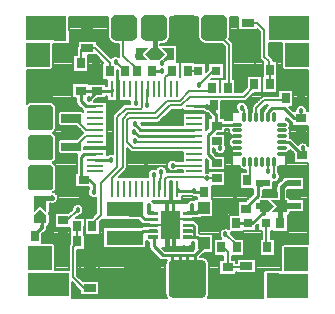
<source format=gtl>
G04 DipTrace Beta 2.3.5.2*
%INLulfroMiniBrush-v2.GTL*%
%MOIN*%
%ADD13C,0.015*%
%ADD14C,0.012*%
%ADD15C,0.005*%
%ADD16C,0.01*%
%ADD17C,0.008*%
%ADD18C,0.007*%
%ADD22R,0.0354X0.0276*%
%ADD23R,0.0276X0.0354*%
%ADD26R,0.0394X0.0433*%
%ADD27R,0.0433X0.0394*%
%ADD28R,0.0315X0.0315*%
%ADD30R,0.0413X0.0256*%
%ADD31R,0.0472X0.0217*%
%ADD32R,0.122X0.0472*%
%ADD34O,0.0335X0.0118*%
%ADD35O,0.0118X0.0335*%
%ADD37R,0.058X0.011*%
%ADD38R,0.011X0.058*%
%ADD39C,0.018*%
%FSLAX44Y44*%
G04*
G70*
G90*
G75*
G01*
%LNTop*%
%LPD*%
X8558Y2600D2*
D13*
Y3068D1*
X8675Y3185D1*
X9003D1*
Y3933D2*
X8738D1*
X8615Y3810D1*
Y3185D1*
X9003D1*
X4315Y2935D2*
D14*
X4190D1*
Y3185D1*
X5476Y2935D2*
X5615D1*
Y3185D1*
X5476Y2935D2*
X5790D1*
X5977Y3122D1*
X6002D1*
X8578Y3048D2*
D13*
X8715Y3185D1*
X9003D1*
X8510Y3170D2*
X8615D1*
X8630Y3185D1*
X9003D1*
X4630Y7940D2*
D15*
X4780Y8090D1*
Y8150D1*
X4811Y8119D1*
Y8240D1*
X5476Y2148D2*
D16*
X5690D1*
Y2285D1*
X5640Y2335D1*
X5486D1*
X5476Y2344D1*
Y2541D2*
X5634D1*
X5690Y2485D1*
Y2285D1*
X4315Y2148D2*
X4335D1*
Y1838D1*
X4635Y1538D1*
X4960D1*
X5210D1*
X5460D1*
X5713D1*
X6110Y1935D1*
X6002D1*
X5476Y2148D2*
Y2135D1*
X5790D1*
X5990Y1935D1*
X6002D1*
X5460Y1250D2*
D13*
Y750D1*
X4960Y1250D2*
D16*
Y1538D1*
X5210Y1250D2*
Y1538D1*
X5460Y1250D2*
Y1538D1*
X5710Y1250D2*
X5713Y1538D1*
X366Y2185D2*
X310D1*
X600Y2475D1*
Y2846D1*
X555D1*
D17*
X600D1*
Y2475D1*
X3752Y6623D2*
D15*
Y7065D1*
X3742Y7075D1*
X1320Y2702D2*
D17*
X1452D1*
X1800Y3050D1*
X4335Y4230D2*
Y3757D1*
X4333Y3755D1*
X5476Y2738D2*
X5869D1*
X6002Y2604D1*
X4315Y2541D2*
X4896D1*
X5476Y2738D2*
X5093D1*
X4896Y2541D1*
X7975Y6390D2*
D15*
Y6170D1*
X7955Y6150D1*
X5075Y9407D2*
Y9395D1*
X5350Y9120D1*
X5625Y9407D2*
Y9395D1*
X5350Y9120D1*
X5625Y8832D2*
Y8845D1*
X5350Y9120D1*
X5075Y8832D2*
Y8845D1*
X5350Y9120D1*
X7710Y8030D2*
Y7740D1*
X7700Y7730D1*
X9250Y5350D2*
D16*
Y5578D1*
X9240Y5588D1*
X5004Y2541D2*
D14*
X5025Y2520D1*
Y1775D1*
X5350D1*
X5550D2*
X5350D1*
X4787Y2541D2*
X4800Y2529D1*
Y1775D1*
X5025D1*
X6288Y7125D2*
D17*
Y7098D1*
X6190Y7000D1*
X5525D1*
X5200Y6675D1*
X4795D1*
X4395Y6275D1*
X3480D1*
X3300Y6095D1*
Y4485D1*
X2945Y4130D1*
Y3765D1*
X2955Y3755D1*
X4960Y7680D2*
D15*
Y7619D1*
X4980D1*
X4726Y7075D2*
D17*
Y7466D1*
X4800Y7540D1*
X4820D1*
X4960Y7680D1*
X7365Y6150D2*
Y6370D1*
X7275Y6460D1*
X4970Y4530D2*
X5697D1*
X5698Y4529D1*
X7475Y9275D2*
Y9285D1*
X7785D1*
X8025Y9045D1*
Y8150D1*
X8175Y8000D1*
Y7767D1*
X8212Y7730D1*
X8206D1*
Y7234D1*
X9116Y8913D2*
D15*
X9104Y8901D1*
X8381D1*
X486Y8923D2*
X585Y8824D1*
X1219D1*
X9094Y707D2*
X9000Y801D1*
X8331D1*
X544Y757D2*
X611Y824D1*
X1294D1*
X1787Y2498D2*
D17*
Y1997D1*
X1847D1*
X1650Y1800D1*
Y800D1*
X2000Y450D1*
X2200D1*
X6800Y1137D2*
Y1650D1*
X6640Y1810D1*
X6588D1*
X6800Y1137D2*
X7387D1*
X7425Y1175D1*
X2125Y8450D2*
X2380D1*
X2868Y7962D1*
Y7670D1*
X2125Y8450D2*
X1970D1*
X1925Y8405D1*
Y7940D1*
X1908D1*
X5810Y7680D2*
X5472D1*
X4315Y2344D2*
D16*
X3999D1*
X3865Y2210D1*
X3465D1*
X3377Y2122D1*
X4315Y2738D2*
X4037D1*
X3890Y2885D1*
X3562D1*
X3377Y3070D1*
X7562Y4654D2*
D17*
Y4102D1*
X7536Y4076D1*
X7426D1*
X7462Y4040D1*
X8744Y6776D2*
Y6844D1*
X8600Y6700D1*
X8025D1*
X7765Y6440D1*
Y6157D1*
X7759Y6150D1*
X8090Y2600D2*
Y1842D1*
X8132Y1800D1*
X7420Y3090D2*
D16*
Y3140D1*
X7810Y3530D1*
Y3880D1*
X7926D1*
X7979Y3933D1*
X4350Y9120D2*
D13*
Y8807D1*
X4380D1*
Y8240D1*
X4345Y8797D2*
D15*
X4350Y8807D1*
X3770Y7680D2*
D17*
Y7740D1*
X3330Y8180D1*
Y9120D1*
X3350D1*
X6350D2*
Y9057D1*
X6850Y8557D1*
Y7125D1*
X6800D1*
X2378Y5710D2*
D18*
X2090D1*
X1740Y6060D1*
X1615D1*
X1575Y6100D1*
X2378Y5513D2*
X2088D1*
X1685Y5110D1*
X1620D1*
X1575Y5155D1*
X4282Y7680D2*
D16*
X4600D1*
X2920Y4720D2*
X2372D1*
X2378Y4726D1*
X7694Y7234D2*
D17*
Y7174D1*
X7350Y6830D1*
X5555D1*
X5265Y6540D1*
X4890D1*
X4460Y6110D1*
X3515D1*
X3465Y6060D1*
Y5310D1*
X3655Y5120D1*
X5697D1*
X5698D1*
X3380Y7670D2*
X3075Y7975D1*
X3720Y5905D2*
D16*
X3895Y5730D1*
X5678D1*
X5698Y5710D1*
X7100Y1810D2*
D17*
Y1870D1*
X6730Y2240D1*
X4130Y6560D2*
Y7081D1*
X4136Y7075D1*
X2299Y2498D2*
X2198D1*
X2575Y2875D1*
Y3945D1*
X3125Y4495D1*
Y6150D1*
X3400Y6425D1*
X3900D1*
X3940Y6465D1*
Y7074D1*
X3939Y7075D1*
X5698Y5513D2*
D16*
X3837D1*
X3690Y5660D1*
X6440Y5350D2*
D17*
X6555D1*
Y5100D1*
X8152Y4654D2*
Y4350D1*
X4585Y4330D2*
Y4120D1*
X4535Y4070D1*
Y3755D1*
X4530D1*
X6440Y4100D2*
X6050D1*
X5990Y4160D1*
X4790D1*
X4715Y4085D1*
Y3766D1*
X4726Y3755D1*
X8349Y4654D2*
Y4175D1*
X8350D1*
X6125Y4100D2*
D15*
X6440D1*
X5698Y5316D2*
D17*
X3734D1*
X3715Y5335D1*
X7499Y2600D2*
D16*
X7620D1*
X8003Y2983D1*
Y3161D1*
X7979Y3185D1*
X7082Y2610D2*
X7489D1*
X7499Y2600D1*
X6030Y3650D2*
X5690D1*
Y3685D1*
X5190D1*
X5120Y3755D1*
X6440Y5862D2*
X6415Y5887D1*
Y6225D1*
X6142Y6498D1*
X5698D1*
X6350Y6550D2*
Y6290D1*
X6142Y6498D1*
X1910Y7020D2*
X2460D1*
Y7010D1*
X1910Y7020D2*
Y6665D1*
X2077Y6498D1*
X2378D1*
Y4923D2*
X2028D1*
X1930Y4825D1*
Y4125D1*
X2005Y4050D1*
X3775Y8175D2*
D15*
Y8270D1*
X3950D1*
Y8240D1*
X2170Y6750D2*
D16*
X2200D1*
X2460Y7010D1*
X6110Y6490D2*
D15*
X6350Y6250D1*
Y6550D1*
X5690Y3685D2*
D3*
X8003Y2935D2*
Y2983D1*
X555Y3240D2*
D13*
Y3450D1*
X955D1*
X2335Y3650D2*
D16*
Y3905D1*
X2190Y4050D1*
X2005D1*
X8605Y5304D2*
X8856D1*
X9290Y4870D1*
X8152Y6150D2*
Y6317D1*
X8270Y6435D1*
X8670D1*
X9005Y6100D1*
X9240D1*
X7109Y5894D2*
X6440D1*
Y5862D1*
X9300Y5100D2*
Y4880D1*
X9290Y4870D1*
X9250Y6350D2*
D17*
Y6100D1*
X9240D1*
X6440Y5862D2*
D16*
Y5830D1*
X6150Y5540D1*
Y4902D1*
X6440Y4612D1*
X2460Y7010D2*
X2965D1*
Y7075D1*
X2955D1*
X8116Y3170D2*
D13*
X8045D1*
X8030Y3185D1*
X7979D1*
X5850Y7225D2*
D17*
X6305Y7680D1*
X6401D1*
D39*
X8578Y3048D3*
X600Y2475D3*
X7275Y6460D3*
X4970Y4530D3*
X4600Y7680D3*
X2920Y4720D3*
X6730Y2240D3*
X4130Y6560D3*
X3690Y5660D3*
X8152Y4350D3*
X4585Y4330D3*
X5850Y7225D3*
X3775Y8175D3*
X2170Y6750D3*
X6110Y6490D3*
X5690Y3685D3*
X8003Y2935D3*
X9300Y5100D3*
X955Y3450D3*
X2335Y3650D3*
X4190Y3185D3*
X5615D3*
X3752Y6623D3*
X9250Y6350D3*
X7975Y6390D3*
X5075Y9407D3*
X5625D3*
Y8832D3*
X5075D3*
X4630Y7940D3*
X7710Y8030D3*
X6850Y3600D3*
X3720Y5905D3*
X3075Y7975D3*
X9250Y5350D3*
X3715Y5335D3*
X6555Y5100D3*
X6125Y4100D3*
X8350Y4175D3*
X1800Y3050D3*
X4335Y4230D3*
X790Y1735D3*
X540D3*
X290D3*
Y1535D3*
X540D3*
X790D3*
Y1235D3*
X290D3*
X1800Y9425D3*
X2025D3*
X1800Y9200D3*
X1875Y950D3*
X2450Y8950D3*
X1800Y8975D3*
X7565Y6623D3*
X2025Y8975D3*
X240Y7945D3*
X490D3*
X740D3*
Y8145D3*
X490D3*
X240D3*
Y8445D3*
X740D3*
X8870Y7935D3*
X9120D3*
X9370D3*
Y8135D3*
X9120D3*
X8870D3*
Y8435D3*
X9370D3*
X9340Y1685D3*
X9090D3*
X8840D3*
Y1485D3*
X9090D3*
X9340D3*
Y1185D3*
X8840D3*
X2450Y9200D3*
X2225Y9425D3*
X2450D3*
X2225Y8975D3*
X1875Y1200D3*
X7100Y200D3*
Y450D3*
X2525Y1200D3*
X7750Y425D3*
X7100Y675D3*
X7525Y200D3*
X1875Y1425D3*
X7300Y200D3*
X7750Y675D3*
X7525D3*
X7300D3*
X7750Y200D3*
X3460Y938D3*
Y1250D3*
X3773D3*
X4148D3*
X4460D3*
Y938D3*
X3460Y563D3*
Y250D3*
X3773D3*
X4148D3*
X4460D3*
Y563D3*
X4960Y1250D3*
X5210D3*
X5460D3*
X5710D3*
X5960D3*
Y1000D3*
Y750D3*
Y500D3*
Y250D3*
X5710D3*
X5460D3*
X5210D3*
X4960D3*
Y500D3*
Y750D3*
Y1000D3*
X5773Y1063D3*
X5148D3*
Y438D3*
X5773D3*
X2900Y5950D3*
X7140Y8755D3*
X2900Y6250D3*
X4900Y6200D3*
X7365Y8755D3*
X7590D3*
X7815D3*
X2300Y950D3*
X7815Y8280D3*
X7590D3*
X2075Y950D3*
X7140Y8530D3*
Y8280D3*
X7365D3*
X7815Y8530D3*
X2525Y1425D3*
X2300D3*
X2075D3*
X2525Y950D3*
X5350Y1775D3*
X5550D3*
X2950Y2600D3*
X3300D3*
X3650D3*
X2100Y2900D3*
X1500Y3150D3*
X3750Y4325D3*
X4075Y4625D3*
X4475Y4900D3*
X8690Y4248D3*
X9003D3*
X7050Y3700D3*
Y3475D3*
X250Y7650D3*
X550D3*
X900D3*
X2190Y7497D3*
X315Y6873D3*
X815D3*
Y7372D3*
X315D3*
X4015Y9127D3*
X4675D3*
X4345Y8797D3*
X565Y6440D3*
X885Y6120D3*
X565Y5800D3*
X245Y6120D3*
X1525Y9406D2*
D18*
X2810D1*
X4889D2*
X5810D1*
X6890D2*
X7154D1*
X1525Y9338D2*
X2810D1*
X4889D2*
X5810D1*
X6890D2*
X7154D1*
X1525Y9269D2*
X2810D1*
X4889D2*
X5810D1*
X6890D2*
X7154D1*
X1525Y9200D2*
X2810D1*
X4889D2*
X5810D1*
X6890D2*
X7154D1*
X1525Y9132D2*
X2810D1*
X4889D2*
X5810D1*
X6890D2*
X7154D1*
X1525Y9063D2*
X2810D1*
X4889D2*
X5810D1*
X6890D2*
X7154D1*
X1541Y8994D2*
X2810D1*
X4889D2*
X5810D1*
X6890D2*
X7860D1*
X1541Y8925D2*
X2810D1*
X4889D2*
X5810D1*
X6890D2*
X7870D1*
X1541Y8857D2*
X2810D1*
X4889D2*
X5810D1*
X6890D2*
X7870D1*
X1541Y8788D2*
X2817D1*
X4884D2*
X5817D1*
X6883D2*
X7870D1*
X1541Y8719D2*
X2843D1*
X4856D2*
X5843D1*
X6904D2*
X7870D1*
X1541Y8651D2*
X1804D1*
X2446D2*
X2899D1*
X4801D2*
X5899D1*
X6972D2*
X7870D1*
X999Y8582D2*
X1804D1*
X2453D2*
X3176D1*
X4570D2*
X6610D1*
X7002D2*
X7870D1*
X8179D2*
X8612D1*
X999Y8513D2*
X1804D1*
X2532D2*
X3176D1*
X5109D2*
X6678D1*
X7005D2*
X7870D1*
X8179D2*
X8612D1*
X999Y8445D2*
X1776D1*
X2601D2*
X3176D1*
X5133D2*
X6695D1*
X7005D2*
X7870D1*
X8179D2*
X8612D1*
X999Y8376D2*
X1770D1*
X2670D2*
X3176D1*
X5133D2*
X6695D1*
X7005D2*
X7870D1*
X8179D2*
X8612D1*
X999Y8307D2*
X1770D1*
X2739D2*
X3176D1*
X5133D2*
X6695D1*
X7005D2*
X7870D1*
X8179D2*
X8612D1*
X999Y8239D2*
X1770D1*
X2807D2*
X3176D1*
X5133D2*
X6695D1*
X7005D2*
X7870D1*
X8179D2*
X8612D1*
X999Y8170D2*
X1655D1*
X2160D2*
X2444D1*
X2876D2*
X3036D1*
X3115D2*
X3176D1*
X5133D2*
X6695D1*
X7005D2*
X7870D1*
X8221D2*
X8612D1*
X999Y8101D2*
X1655D1*
X2160D2*
X2513D1*
X5133D2*
X6695D1*
X7005D2*
X7879D1*
X8290D2*
X8612D1*
X999Y8033D2*
X1655D1*
X2160D2*
X2582D1*
X5133D2*
X6695D1*
X7005D2*
X7927D1*
X8326D2*
X8612D1*
X999Y7964D2*
X1655D1*
X2160D2*
X2651D1*
X5724D2*
X6695D1*
X7005D2*
X7960D1*
X8465D2*
X8612D1*
X999Y7895D2*
X1655D1*
X2160D2*
X2616D1*
X6083D2*
X6128D1*
X7005D2*
X7960D1*
X8465D2*
X8612D1*
X999Y7826D2*
X1655D1*
X2160D2*
X2616D1*
X6083D2*
X6128D1*
X7005D2*
X7960D1*
X8465D2*
X8612D1*
X971Y7758D2*
X1655D1*
X2160D2*
X2616D1*
X6083D2*
X6128D1*
X7005D2*
X7960D1*
X8465D2*
X8631D1*
X132Y7689D2*
X1655D1*
X2160D2*
X2616D1*
X7005D2*
X7960D1*
X8465D2*
X9468D1*
X132Y7620D2*
X2616D1*
X7005D2*
X7960D1*
X8465D2*
X9468D1*
X132Y7552D2*
X2616D1*
X7005D2*
X7960D1*
X8465D2*
X9468D1*
X132Y7483D2*
X2616D1*
X7005D2*
X7441D1*
X8465D2*
X9468D1*
X132Y7414D2*
X2616D1*
X6255D2*
X6695D1*
X7005D2*
X7441D1*
X8458D2*
X9468D1*
X132Y7346D2*
X2785D1*
X3124D2*
X3179D1*
X7053D2*
X7441D1*
X8458D2*
X9468D1*
X132Y7277D2*
X2785D1*
X3124D2*
X3179D1*
X7053D2*
X7441D1*
X8458D2*
X9468D1*
X132Y7208D2*
X1618D1*
X3124D2*
X3179D1*
X7053D2*
X7441D1*
X8458D2*
X9468D1*
X132Y7140D2*
X1618D1*
X3124D2*
X3179D1*
X7053D2*
X7441D1*
X8458D2*
X9468D1*
X132Y7071D2*
X1618D1*
X3129D2*
X3179D1*
X7053D2*
X7376D1*
X8458D2*
X9468D1*
X132Y7002D2*
X1618D1*
X3129D2*
X3179D1*
X7053D2*
X7307D1*
X8996D2*
X9468D1*
X132Y6934D2*
X1618D1*
X3124D2*
X3179D1*
X7670D2*
X8491D1*
X8996D2*
X9468D1*
X132Y6865D2*
X1618D1*
X3124D2*
X3179D1*
X7601D2*
X8491D1*
X8996D2*
X9468D1*
X132Y6796D2*
X1618D1*
X3124D2*
X3179D1*
X7532D2*
X7905D1*
X8996D2*
X9468D1*
X132Y6727D2*
X1745D1*
X2408D2*
X2785D1*
X3124D2*
X3179D1*
X7463D2*
X7837D1*
X8996D2*
X9468D1*
X132Y6659D2*
X1745D1*
X2783D2*
X3551D1*
X6602D2*
X7768D1*
X8996D2*
X9468D1*
X1018Y6590D2*
X1765D1*
X2783D2*
X3551D1*
X6602D2*
X7120D1*
X7431D2*
X7699D1*
X8996D2*
X9468D1*
X1073Y6521D2*
X1824D1*
X2783D2*
X3281D1*
X6602D2*
X7080D1*
X7469D2*
X7635D1*
X8062D2*
X8127D1*
X8996D2*
X9144D1*
X9355D2*
X9468D1*
X1098Y6453D2*
X1893D1*
X2783D2*
X3212D1*
X6602D2*
X7070D1*
X7495D2*
X7611D1*
X7993D2*
X8058D1*
X8883D2*
X9074D1*
X9426D2*
X9468D1*
X1105Y6384D2*
X1962D1*
X2783D2*
X3143D1*
X4949D2*
X5293D1*
X6602D2*
X7086D1*
X7519D2*
X7611D1*
X7924D2*
X8002D1*
X8951D2*
X9048D1*
X1105Y6315D2*
X1159D1*
X2783D2*
X3075D1*
X4882D2*
X6011D1*
X6602D2*
X7133D1*
X7528D2*
X7594D1*
X7922D2*
X7988D1*
X2783Y6247D2*
X3006D1*
X4813D2*
X5293D1*
X6102D2*
X6158D1*
X6578D2*
X6953D1*
X2783Y6178D2*
X2973D1*
X4744D2*
X5293D1*
X6102D2*
X6227D1*
X6580D2*
X6953D1*
X2783Y6109D2*
X2970D1*
X4675D2*
X5293D1*
X6102D2*
X6250D1*
X6580D2*
X6953D1*
X2783Y6041D2*
X2970D1*
X4606D2*
X5293D1*
X6102D2*
X6148D1*
X2783Y5972D2*
X2970D1*
X4520D2*
X5293D1*
X6102D2*
X6148D1*
X8868D2*
X8906D1*
X1105Y5903D2*
X1143D1*
X2783D2*
X2970D1*
X3952D2*
X5293D1*
X6102D2*
X6148D1*
X8887D2*
X8948D1*
X1104Y5835D2*
X1757D1*
X2783D2*
X2970D1*
X6102D2*
X6148D1*
X8876D2*
X9468D1*
X1092Y5766D2*
X1826D1*
X2783D2*
X2970D1*
X6102D2*
X6146D1*
X8873D2*
X9468D1*
X1057Y5697D2*
X1894D1*
X2783D2*
X2970D1*
X6732D2*
X6827D1*
X8887D2*
X9468D1*
X982Y5628D2*
X1963D1*
X2783D2*
X2970D1*
X6732D2*
X6842D1*
X8872D2*
X9468D1*
X1047Y5560D2*
X1927D1*
X2783D2*
X2970D1*
X6732D2*
X6900D1*
X8876D2*
X9468D1*
X1087Y5491D2*
X1858D1*
X2783D2*
X2970D1*
X6732D2*
X6953D1*
X8887D2*
X9468D1*
X1104Y5422D2*
X1789D1*
X2783D2*
X2970D1*
X6732D2*
X6877D1*
X8967D2*
X9468D1*
X1105Y5354D2*
X1144D1*
X2783D2*
X2970D1*
X6732D2*
X6834D1*
X9037D2*
X9468D1*
X2783Y5285D2*
X2970D1*
X6732D2*
X6828D1*
X9105D2*
X9224D1*
X9377D2*
X9468D1*
X2783Y5216D2*
X2970D1*
X6732D2*
X6852D1*
X2025Y5148D2*
X2970D1*
X6754D2*
X6935D1*
X2783Y5079D2*
X2970D1*
X6314D2*
X6352D1*
X6758D2*
X6953D1*
X2783Y5010D2*
X2970D1*
X3454D2*
X3550D1*
X6314D2*
X6372D1*
X6738D2*
X6953D1*
X8856D2*
X8920D1*
X1105Y4942D2*
X1157D1*
X2783D2*
X2970D1*
X3454D2*
X5293D1*
X6341D2*
X6429D1*
X6680D2*
X6953D1*
X8767D2*
X8989D1*
X1105Y4873D2*
X1772D1*
X3454D2*
X5293D1*
X6408D2*
X6953D1*
X8767D2*
X8999D1*
X1101Y4804D2*
X1766D1*
X3454D2*
X5293D1*
X6732D2*
X6953D1*
X8767D2*
X8999D1*
X1079Y4736D2*
X1766D1*
X3454D2*
X5293D1*
X6732D2*
X6953D1*
X8767D2*
X8999D1*
X1031Y4667D2*
X1766D1*
X3454D2*
X4821D1*
X6102D2*
X6148D1*
X6732D2*
X6953D1*
X8767D2*
X8999D1*
X1009Y4598D2*
X1766D1*
X3454D2*
X4778D1*
X6102D2*
X6148D1*
X6732D2*
X6953D1*
X8767D2*
X9468D1*
X1069Y4529D2*
X1766D1*
X3454D2*
X4765D1*
X6102D2*
X6148D1*
X6732D2*
X6953D1*
X8767D2*
X9468D1*
X1096Y4461D2*
X1766D1*
X3453D2*
X4430D1*
X4741D2*
X4778D1*
X6102D2*
X6148D1*
X6732D2*
X7215D1*
X8504D2*
X9468D1*
X1105Y4392D2*
X1766D1*
X3421D2*
X4215D1*
X4780D2*
X4822D1*
X6102D2*
X6148D1*
X6732D2*
X7294D1*
X8504D2*
X9468D1*
X1105Y4323D2*
X1766D1*
X3355D2*
X4153D1*
X4790D2*
X5293D1*
X6102D2*
X6148D1*
X6732D2*
X7209D1*
X8504D2*
X9468D1*
X1105Y4255D2*
X1713D1*
X3286D2*
X4132D1*
X6732D2*
X7209D1*
X8538D2*
X9468D1*
X1105Y4186D2*
X1713D1*
X3217D2*
X4135D1*
X6732D2*
X7209D1*
X8554D2*
X9468D1*
X1105Y4117D2*
X1713D1*
X6732D2*
X7209D1*
X8546D2*
X8652D1*
X9353D2*
X9468D1*
X1105Y4049D2*
X1713D1*
X6732D2*
X7209D1*
X8510D2*
X8589D1*
X9353D2*
X9468D1*
X1105Y3980D2*
X1713D1*
X4896D2*
X4951D1*
X6732D2*
X7209D1*
X8389D2*
X8520D1*
X9353D2*
X9468D1*
X1105Y3911D2*
X1713D1*
X4896D2*
X4951D1*
X6732D2*
X7209D1*
X8330D2*
X8456D1*
X9353D2*
X9468D1*
X1105Y3843D2*
X1713D1*
X4896D2*
X4951D1*
X6283D2*
X7209D1*
X8330D2*
X8428D1*
X9353D2*
X9468D1*
X1094Y3774D2*
X2170D1*
X4896D2*
X4951D1*
X6283D2*
X7209D1*
X8330D2*
X8426D1*
X9353D2*
X9468D1*
X1061Y3705D2*
X2139D1*
X4896D2*
X4951D1*
X6283D2*
X7646D1*
X7975D2*
X8426D1*
X8805D2*
X9468D1*
X1027Y3637D2*
X2131D1*
X4896D2*
X4951D1*
X6283D2*
X7646D1*
X7975D2*
X8426D1*
X8805D2*
X9468D1*
X1120Y3568D2*
X2149D1*
X4896D2*
X4951D1*
X6283D2*
X7618D1*
X7975D2*
X8426D1*
X8805D2*
X9468D1*
X1153Y3499D2*
X2200D1*
X4896D2*
X4951D1*
X5290D2*
X5616D1*
X6283D2*
X7549D1*
X7971D2*
X8426D1*
X8805D2*
X9468D1*
X1158Y3430D2*
X2420D1*
X4896D2*
X4951D1*
X5290D2*
X5778D1*
X6283D2*
X7481D1*
X8883D2*
X9468D1*
X1139Y3362D2*
X2420D1*
X4896D2*
X4951D1*
X5290D2*
X5519D1*
X6334D2*
X7412D1*
X9353D2*
X9468D1*
X1082Y3293D2*
X2420D1*
X4362D2*
X5443D1*
X6334D2*
X7128D1*
X9353D2*
X9468D1*
X875Y3224D2*
X1700D1*
X1900D2*
X2420D1*
X6334D2*
X7128D1*
X9353D2*
X9468D1*
X875Y3156D2*
X1626D1*
X1974D2*
X2420D1*
X6334D2*
X7128D1*
X9353D2*
X9468D1*
X875Y3087D2*
X1598D1*
X2001D2*
X2420D1*
X6334D2*
X7128D1*
X9353D2*
X9468D1*
X875Y3018D2*
X1552D1*
X2002D2*
X2420D1*
X6334D2*
X7128D1*
X9353D2*
X9468D1*
X873Y2950D2*
X1484D1*
X1978D2*
X2420D1*
X6334D2*
X7128D1*
X8897D2*
X9468D1*
X875Y2881D2*
X1029D1*
X1910D2*
X2365D1*
X6334D2*
X6830D1*
X8857D2*
X9468D1*
X875Y2812D2*
X1029D1*
X1779D2*
X2296D1*
X5911D2*
X6830D1*
X8810D2*
X9468D1*
X875Y2744D2*
X1029D1*
X5612D2*
X6830D1*
X8810D2*
X9468D1*
X875Y2675D2*
X1029D1*
X2591D2*
X3870D1*
X5725D2*
X6830D1*
X8810D2*
X9468D1*
X874Y2606D2*
X1029D1*
X2551D2*
X3943D1*
X5799D2*
X6830D1*
X8810D2*
X9468D1*
X849Y2538D2*
X1029D1*
X2551D2*
X4214D1*
X5845D2*
X6830D1*
X8810D2*
X9468D1*
X804Y2469D2*
X1029D1*
X2551D2*
X3895D1*
X5855D2*
X6830D1*
X7771D2*
X7817D1*
X8810D2*
X9468D1*
X790Y2400D2*
X1535D1*
X2551D2*
X2653D1*
X5855D2*
X6607D1*
X7771D2*
X7817D1*
X8810D2*
X9468D1*
X743Y2331D2*
X1535D1*
X2551D2*
X2653D1*
X5855D2*
X6548D1*
X7334D2*
X7936D1*
X8245D2*
X8305D1*
X8810D2*
X9468D1*
X618Y2263D2*
X1535D1*
X2551D2*
X2653D1*
X5889D2*
X6527D1*
X6933D2*
X7936D1*
X8245D2*
X9468D1*
X618Y2194D2*
X1535D1*
X2039D2*
X2653D1*
X6314D2*
X6531D1*
X6991D2*
X7936D1*
X8245D2*
X9468D1*
X618Y2125D2*
X1535D1*
X2039D2*
X2653D1*
X6314D2*
X6562D1*
X7060D2*
X7936D1*
X8245D2*
X9468D1*
X618Y2057D2*
X1535D1*
X2039D2*
X2653D1*
X7352D2*
X7880D1*
X8384D2*
X9468D1*
X618Y1988D2*
X1535D1*
X2039D2*
X2653D1*
X4103D2*
X4139D1*
X7352D2*
X7880D1*
X8384D2*
X9468D1*
X1024Y1919D2*
X1535D1*
X2039D2*
X2653D1*
X4103D2*
X4170D1*
X5612D2*
X5691D1*
X7352D2*
X7880D1*
X8384D2*
X9468D1*
X1048Y1851D2*
X1504D1*
X2039D2*
X2653D1*
X4103D2*
X4170D1*
X5612D2*
X5691D1*
X7352D2*
X7880D1*
X8384D2*
X8594D1*
X1048Y1782D2*
X1496D1*
X2039D2*
X2653D1*
X4103D2*
X4181D1*
X5612D2*
X5691D1*
X7352D2*
X7880D1*
X8384D2*
X8582D1*
X1048Y1713D2*
X1496D1*
X2039D2*
X4229D1*
X4689D2*
X5658D1*
X7352D2*
X7880D1*
X8384D2*
X8582D1*
X1048Y1645D2*
X1496D1*
X1805D2*
X4298D1*
X7352D2*
X7880D1*
X8384D2*
X8582D1*
X1048Y1576D2*
X1496D1*
X1805D2*
X4367D1*
X5981D2*
X6335D1*
X7352D2*
X7880D1*
X8384D2*
X8582D1*
X1048Y1507D2*
X1496D1*
X1805D2*
X4436D1*
X5912D2*
X6645D1*
X6954D2*
X8582D1*
X1048Y1439D2*
X1496D1*
X1805D2*
X4504D1*
X6086D2*
X6645D1*
X6954D2*
X8582D1*
X1048Y1370D2*
X1496D1*
X1805D2*
X4765D1*
X6155D2*
X6508D1*
X7746D2*
X8582D1*
X1048Y1301D2*
X1496D1*
X1805D2*
X4732D1*
X6189D2*
X6508D1*
X7746D2*
X8582D1*
X1048Y1232D2*
X1496D1*
X1805D2*
X4721D1*
X6200D2*
X6508D1*
X7746D2*
X8582D1*
X1048Y1164D2*
X1496D1*
X1805D2*
X4720D1*
X6200D2*
X6508D1*
X7746D2*
X8582D1*
X1048Y1095D2*
X1496D1*
X1805D2*
X4720D1*
X6200D2*
X6508D1*
X7746D2*
X8582D1*
X1805Y1026D2*
X4720D1*
X6200D2*
X6508D1*
X7746D2*
X8009D1*
X1805Y958D2*
X4720D1*
X6200D2*
X6508D1*
X7746D2*
X7985D1*
X1805Y889D2*
X4720D1*
X6200D2*
X7985D1*
X1845Y820D2*
X4720D1*
X6200D2*
X7985D1*
X1914Y752D2*
X4720D1*
X6200D2*
X7985D1*
X2521Y683D2*
X4720D1*
X6200D2*
X7985D1*
X2521Y614D2*
X4720D1*
X6200D2*
X7985D1*
X1615Y546D2*
X1688D1*
X2521D2*
X4720D1*
X6200D2*
X7985D1*
X1615Y477D2*
X1757D1*
X2521D2*
X4720D1*
X6200D2*
X7985D1*
X1615Y408D2*
X1826D1*
X2521D2*
X4720D1*
X6200D2*
X7985D1*
X1615Y340D2*
X1878D1*
X2521D2*
X4720D1*
X6200D2*
X7985D1*
X1615Y271D2*
X1878D1*
X2521D2*
X4720D1*
X6200D2*
X7985D1*
X1615Y202D2*
X4731D1*
X6189D2*
X7985D1*
X1615Y133D2*
X4763D1*
X6157D2*
X7985D1*
X4883Y9360D2*
X4882Y8824D1*
X4876Y8787D1*
X4865Y8750D1*
X4851Y8721D1*
X4831Y8690D1*
X4805Y8661D1*
X4781Y8640D1*
X4750Y8619D1*
X4715Y8604D1*
X4684Y8594D1*
X4647Y8588D1*
X4590Y8587D1*
X4563D1*
Y8546D1*
X4603Y8553D1*
X5019D1*
X5053Y8547D1*
X5084Y8531D1*
X5108Y8506D1*
X5124Y8468D1*
X5127Y8410D1*
Y8035D1*
X5121Y8001D1*
X5100Y7965D1*
X5206D1*
Y7472D1*
X5226Y7500D1*
Y7965D1*
X5717D1*
Y7944D1*
X5790Y7945D1*
X6075D1*
Y7660D1*
X6136Y7720D1*
X6135Y7945D1*
X6666D1*
Y7415D1*
X6249D1*
X6253Y7410D1*
X6534D1*
X6535Y6978D1*
X6554D1*
Y7120D1*
Y7410D1*
X6702D1*
Y8495D1*
X6612Y8587D1*
X6069D1*
X6032Y8591D1*
X6001Y8598D1*
X5966Y8612D1*
X5932Y8630D1*
X5907Y8650D1*
X5880Y8676D1*
X5858Y8707D1*
X5842Y8735D1*
X5828Y8770D1*
X5820Y8807D1*
X5817Y8839D1*
Y9401D1*
X5821Y9438D1*
X5828Y9469D1*
X5830Y9475D1*
X4869D1*
X4876Y9454D1*
X4882Y9417D1*
X4883Y9360D1*
X6883D2*
X6882Y8824D1*
X6876Y8787D1*
X6865Y8751D1*
X6955Y8662D1*
X6976Y8635D1*
X6991Y8603D1*
X6998Y8557D1*
Y7410D1*
X7046D1*
Y6978D1*
X7289D1*
X7449Y7138D1*
X7448Y7519D1*
X7940D1*
Y6949D1*
X7678D1*
X7455Y6725D1*
X7427Y6704D1*
X7395Y6689D1*
X7350Y6682D1*
X6596D1*
Y6380D1*
Y6265D1*
X6568D1*
X6573Y6225D1*
Y6108D1*
X6725Y6107D1*
Y6052D1*
X6946D1*
X6960Y6055D1*
Y6315D1*
X7140D1*
X7119Y6338D1*
X7100Y6367D1*
X7087Y6400D1*
X7079Y6434D1*
X7077Y6469D1*
X7082Y6503D1*
X7093Y6537D1*
X7109Y6567D1*
X7130Y6595D1*
X7156Y6618D1*
X7186Y6637D1*
X7219Y6650D1*
X7253Y6657D1*
X7288D1*
X7322Y6652D1*
X7355Y6641D1*
X7386Y6624D1*
X7413Y6602D1*
X7436Y6575D1*
X7454Y6545D1*
X7466Y6512D1*
X7472Y6472D1*
X7491Y6447D1*
X7506Y6415D1*
X7513Y6370D1*
Y6336D1*
X7521Y6316D1*
X7602Y6315D1*
X7617Y6345D1*
Y6440D1*
X7621Y6475D1*
X7633Y6507D1*
X7660Y6545D1*
X7920Y6805D1*
X7948Y6826D1*
X7980Y6841D1*
X8025Y6848D1*
X8499D1*
X8498Y7061D1*
X8990D1*
Y6491D1*
X8838D1*
X8983Y6345D1*
X9052Y6346D1*
X9057Y6393D1*
X9068Y6427D1*
X9084Y6457D1*
X9105Y6485D1*
X9131Y6508D1*
X9161Y6527D1*
X9194Y6540D1*
X9228Y6547D1*
X9263D1*
X9297Y6542D1*
X9330Y6531D1*
X9361Y6514D1*
X9388Y6492D1*
X9411Y6465D1*
X9429Y6435D1*
X9441Y6402D1*
X9448Y6350D1*
X9447Y6345D1*
X9475Y6355D1*
Y7712D1*
X8884D1*
X8726D1*
X8692Y7717D1*
X8661Y7734D1*
X8637Y7759D1*
X8621Y7796D1*
X8618Y7854D1*
Y8602D1*
X8173D1*
Y8210D1*
X8280Y8105D1*
X8301Y8077D1*
X8316Y8043D1*
X8351Y8015D1*
X8457D1*
Y7445D1*
X8452D1*
Y6949D1*
X7960D1*
Y7519D1*
X7966D1*
Y8000D1*
X7920Y8045D1*
X7899Y8073D1*
X7884Y8105D1*
X7877Y8150D1*
Y8985D1*
X7790Y9071D1*
X7789Y9039D1*
X7161D1*
Y9476D1*
X6871Y9475D1*
X6878Y9443D1*
X6882Y9406D1*
X6883Y9360D1*
X5881Y1483D2*
X5956Y1482D1*
X5993Y1476D1*
X6030Y1465D1*
X6059Y1451D1*
X6090Y1431D1*
X6119Y1405D1*
X6140Y1381D1*
X6161Y1350D1*
X6176Y1315D1*
X6186Y1284D1*
X6192Y1247D1*
X6193Y1190D1*
X6192Y254D1*
X6186Y217D1*
X6175Y180D1*
X6161Y151D1*
X6145Y125D1*
X7992D1*
Y1008D1*
X8015D1*
X8016Y1037D1*
X8588D1*
Y1801D1*
X8594Y1835D1*
X8610Y1866D1*
X8636Y1890D1*
X8673Y1906D1*
X8731Y1908D1*
X9475Y1910D1*
Y4624D1*
X9295D1*
X9005D1*
Y4932D1*
X8874Y5062D1*
X8866Y5039D1*
X8848Y5009D1*
X8825Y4983D1*
X8796Y4962D1*
X8759Y4947D1*
X8760Y4565D1*
Y4505D1*
X8512D1*
X8497Y4469D1*
Y4307D1*
X8511Y4290D1*
X8529Y4260D1*
X8541Y4227D1*
X8548Y4175D1*
X8545Y4140D1*
X8536Y4106D1*
X8521Y4075D1*
X8500Y4046D1*
X8475Y4022D1*
X8446Y4002D1*
X8415Y3988D1*
X8381Y3980D1*
X8346Y3977D1*
X8323Y3980D1*
Y3717D1*
X7967D1*
X7968Y3530D1*
X7964Y3494D1*
X7983Y3483D1*
X8151D1*
X8194Y3474D1*
X8237Y3483D1*
X8433D1*
X8432Y3810D1*
X8436Y3845D1*
X8445Y3878D1*
X8462Y3909D1*
X8486Y3939D1*
X8609Y4062D1*
X8627Y4078D1*
X8658Y4097D1*
Y4149D1*
X9347D1*
Y3717D1*
X8799D1*
X8798Y3481D1*
X8817Y3477D1*
X8848Y3461D1*
X8872Y3436D1*
X8887Y3403D1*
X8938Y3401D1*
X9347D1*
Y2969D1*
X8890D1*
X8885Y2931D1*
X8869Y2900D1*
X8844Y2876D1*
X8806Y2860D1*
X8804Y2815D1*
Y2315D1*
X8313D1*
Y2336D1*
X8238Y2335D1*
Y2085D1*
X8377D1*
Y1515D1*
X7886D1*
Y2085D1*
X7942D1*
Y2335D1*
X7825D1*
Y2581D1*
X7765Y2522D1*
Y2335D1*
X7328D1*
X7327Y2325D1*
X6909D1*
X6921Y2292D1*
X6927Y2252D1*
X7084Y2095D1*
X7346D1*
Y1525D1*
X6949D1*
X6948Y1382D1*
X7085D1*
Y1285D1*
X7111Y1289D1*
Y1411D1*
X7739D1*
Y939D1*
X7111D1*
Y988D1*
X7084Y989D1*
X7085Y891D1*
X6515D1*
Y1382D1*
X6652D1*
Y1525D1*
X6343D1*
Y2095D1*
X6595D1*
X6574Y2118D1*
X6555Y2147D1*
X6542Y2180D1*
X6534Y2214D1*
X6532Y2249D1*
X6537Y2283D1*
X6548Y2317D1*
X6564Y2347D1*
X6585Y2375D1*
X6611Y2398D1*
X6641Y2417D1*
X6674Y2430D1*
X6708Y2437D1*
X6743D1*
X6777Y2432D1*
X6810Y2421D1*
X6836Y2406D1*
Y2895D1*
X7135D1*
Y3336D1*
X7392D1*
X7653Y3596D1*
X7652Y3717D1*
X7635D1*
Y3755D1*
X7216D1*
Y4325D1*
X7414D1*
Y4387D1*
X7382Y4380D1*
X7347D1*
X7313Y4387D1*
X7281Y4402D1*
X7253Y4422D1*
X7229Y4448D1*
X7212Y4479D1*
X7204Y4505D1*
X6960D1*
Y5143D1*
X6949Y5145D1*
X6917Y5159D1*
X6889Y5180D1*
X6865Y5206D1*
X6848Y5236D1*
X6837Y5270D1*
X6834Y5305D1*
X6838Y5339D1*
X6849Y5372D1*
X6866Y5403D1*
X6890Y5428D1*
X6918Y5449D1*
X6960Y5465D1*
Y5536D1*
X6949Y5539D1*
X6917Y5553D1*
X6889Y5574D1*
X6865Y5600D1*
X6848Y5630D1*
X6837Y5663D1*
X6834Y5698D1*
X6839Y5736D1*
X6725D1*
Y5616D1*
X6448D1*
X6435Y5596D1*
X6725D1*
Y5201D1*
X6746Y5152D1*
X6753Y5100D1*
X6750Y5065D1*
X6741Y5031D1*
X6726Y5000D1*
X6705Y4971D1*
X6680Y4947D1*
X6651Y4927D1*
X6620Y4913D1*
X6586Y4905D1*
X6551Y4902D1*
X6516Y4906D1*
X6482Y4916D1*
X6451Y4932D1*
X6423Y4953D1*
X6399Y4978D1*
X6380Y5007D1*
X6367Y5040D1*
X6359Y5074D1*
X6358Y5105D1*
X6308Y5104D1*
Y4968D1*
X6417Y4858D1*
X6725Y4857D1*
Y4366D1*
X6155D1*
Y4674D1*
X6096Y4733D1*
X6094Y4563D1*
X6095Y4447D1*
X6094Y4366D1*
X6095Y4295D1*
X6138Y4297D1*
X6156Y4295D1*
X6155Y4346D1*
X6725D1*
Y3854D1*
X6275D1*
X6276Y3426D1*
X6327Y3427D1*
Y2818D1*
X5909Y2816D1*
X5882Y2794D1*
X5850Y2778D1*
X5827Y2771D1*
X5790Y2767D1*
X5605D1*
Y2704D1*
X5631Y2703D1*
X5649Y2700D1*
X5701Y2684D1*
X5741Y2657D1*
X5802Y2597D1*
X5823Y2569D1*
X5839Y2538D1*
X5848Y2491D1*
Y2282D1*
X5870Y2271D1*
X5848Y2291D1*
Y2285D1*
X5887Y2259D1*
X6307D1*
Y1611D1*
X6009D1*
X5881Y1482D1*
X9476Y5854D2*
X8955D1*
Y5950D1*
X8908Y5976D1*
X8844Y6038D1*
X8760Y6122D1*
Y6054D1*
X8798Y6038D1*
X8826Y6017D1*
X8849Y5991D1*
X8866Y5961D1*
X8877Y5927D1*
X8880Y5894D1*
X8876Y5860D1*
X8866Y5826D1*
X8847Y5795D1*
X8866Y5764D1*
X8877Y5731D1*
X8880Y5697D1*
X8876Y5663D1*
X8866Y5629D1*
X8847Y5598D1*
X8866Y5567D1*
X8877Y5534D1*
X8880Y5501D1*
X8875Y5461D1*
X8924Y5446D1*
X8964Y5419D1*
X9153Y5230D1*
X9181Y5258D1*
X9211Y5277D1*
X9244Y5290D1*
X9278Y5297D1*
X9313D1*
X9347Y5292D1*
X9380Y5281D1*
X9411Y5264D1*
X9438Y5242D1*
X9461Y5215D1*
X9475Y5192D1*
Y5855D1*
X5698Y1745D2*
Y1977D1*
X5605D1*
Y1770D1*
X4626D1*
X4701Y1695D1*
X4960D1*
X5647D1*
X5698Y1746D1*
X5713Y3427D2*
X5784D1*
Y3493D1*
X5734Y3492D1*
X5686Y3487D1*
X5651Y3491D1*
X5617Y3501D1*
X5586Y3517D1*
X5571Y3528D1*
X5282Y3527D1*
X5283Y3418D1*
Y3357D1*
X4957D1*
Y4012D1*
X4889D1*
Y3383D1*
Y3357D1*
X4564Y3358D1*
X4447Y3357D1*
X4367Y3358D1*
X4287Y3357D1*
X4301Y3349D1*
X4328Y3327D1*
X4351Y3300D1*
X4363Y3280D1*
X5442D1*
X5470Y3320D1*
X5496Y3343D1*
X5526Y3362D1*
X5559Y3375D1*
X5593Y3382D1*
X5628D1*
X5662Y3377D1*
X5678Y3372D1*
Y3427D1*
X5713D1*
X6148Y6265D2*
X6104D1*
Y6292D1*
X6095Y6267D1*
X6094Y5941D1*
X6095Y5825D1*
X6094Y5744D1*
X6095Y5708D1*
X6155Y5768D1*
Y6107D1*
X6257D1*
X6256Y6156D1*
X6147Y6265D1*
X2745Y6852D2*
Y6764D1*
X2438D1*
X2356Y6681D1*
X2346Y6661D1*
X2775Y6660D1*
X2774Y6335D1*
X2775Y6218D1*
X2774Y6138D1*
X2775Y6022D1*
X2774Y5941D1*
X2775Y5825D1*
X2774Y5744D1*
X2775Y5628D1*
X2774Y5547D1*
X2775Y5431D1*
X2774Y5350D1*
X2775Y5234D1*
Y5154D1*
X2017Y5153D1*
Y5086D1*
X2610D1*
X2775D1*
Y4877D1*
X2801Y4878D1*
X2831Y4897D1*
X2864Y4910D1*
X2898Y4917D1*
X2933D1*
X2977Y4909D1*
Y5860D1*
Y6150D1*
X2981Y6185D1*
X2993Y6217D1*
X3020Y6255D1*
X3295Y6530D1*
X3323Y6551D1*
X3355Y6566D1*
X3400Y6573D1*
X3561D1*
X3556Y6596D1*
X3555Y6631D1*
X3563Y6677D1*
X3383Y6678D1*
X3266Y6677D1*
X3186D1*
Y7385D1*
X3134D1*
Y7708D1*
X3114Y7727D1*
Y7473D1*
X3118D1*
Y7115D1*
X3123Y7075D1*
Y7010D1*
X3119Y6977D1*
X3118Y6878D1*
Y6677D1*
X2792D1*
Y6853D1*
X2745Y6852D1*
X1846Y8686D2*
X2439D1*
Y8586D1*
X2478Y8561D1*
X2929Y8110D1*
X2956Y8133D1*
X2986Y8152D1*
X3019Y8165D1*
X3053Y8172D1*
X3088D1*
X3122Y8167D1*
X3155Y8156D1*
X3189Y8137D1*
X3182Y8180D1*
Y8587D1*
X3054Y8588D1*
X3017Y8594D1*
X2980Y8605D1*
X2951Y8619D1*
X2920Y8639D1*
X2891Y8665D1*
X2870Y8689D1*
X2849Y8720D1*
X2834Y8755D1*
X2824Y8786D1*
X2818Y8823D1*
X2817Y8880D1*
X2818Y9416D1*
X2824Y9453D1*
X2830Y9475D1*
X1518D1*
Y9060D1*
X1534D1*
Y8588D1*
X990D1*
X992Y8512D1*
Y7829D1*
X986Y7795D1*
X970Y7764D1*
X944Y7740D1*
X907Y7724D1*
X849Y7722D1*
X126D1*
X125Y7200D1*
Y6595D1*
X152Y6615D1*
X180Y6631D1*
X215Y6644D1*
X252Y6652D1*
X284Y6655D1*
X846D1*
X883Y6652D1*
X914Y6644D1*
X949Y6631D1*
X983Y6612D1*
X1008Y6593D1*
X1035Y6566D1*
X1057Y6536D1*
X1073Y6507D1*
X1087Y6473D1*
X1095Y6435D1*
X1098Y6403D1*
Y5842D1*
X1094Y5805D1*
X1087Y5773D1*
X1073Y5738D1*
X1055Y5705D1*
X1035Y5679D1*
X1009Y5653D1*
X978Y5630D1*
X966Y5622D1*
X996Y5603D1*
X1024Y5578D1*
X1045Y5554D1*
X1066Y5522D1*
X1081Y5487D1*
X1091Y5457D1*
X1097Y5420D1*
X1098Y5363D1*
X1097Y4826D1*
X1091Y4789D1*
X1080Y4753D1*
X1066Y4724D1*
X1046Y4692D1*
X1020Y4664D1*
X996Y4642D1*
X966Y4622D1*
X996Y4603D1*
X1024Y4578D1*
X1045Y4554D1*
X1066Y4522D1*
X1081Y4487D1*
X1091Y4457D1*
X1097Y4420D1*
X1098Y4363D1*
X1097Y3826D1*
X1091Y3789D1*
X1080Y3753D1*
X1066Y3724D1*
X1046Y3692D1*
X1020Y3664D1*
X997Y3643D1*
X1035Y3631D1*
X1066Y3614D1*
X1093Y3592D1*
X1116Y3565D1*
X1134Y3535D1*
X1146Y3502D1*
X1153Y3450D1*
X1150Y3415D1*
X1141Y3381D1*
X1126Y3350D1*
X1105Y3321D1*
X1080Y3297D1*
X1051Y3277D1*
X1020Y3263D1*
X986Y3255D1*
X951Y3252D1*
X916Y3256D1*
X880Y3267D1*
X868Y3233D1*
Y2967D1*
X862Y2932D1*
X866Y2946D1*
X865Y2904D1*
X868Y2846D1*
Y2608D1*
X862Y2574D1*
X846Y2543D1*
X815Y2515D1*
X797Y2493D1*
X795Y2440D1*
X786Y2406D1*
X771Y2375D1*
X750Y2346D1*
X725Y2322D1*
X696Y2302D1*
X665Y2288D1*
X627Y2279D1*
X612Y2264D1*
X611Y1959D1*
X934Y1958D1*
X968Y1953D1*
X999Y1936D1*
X1023Y1911D1*
X1039Y1874D1*
X1042Y1816D1*
X1041Y1062D1*
X1050Y1060D1*
X1502D1*
Y1800D1*
X1506Y1835D1*
X1518Y1867D1*
X1541Y1900D1*
X1542Y2282D1*
X1541Y2353D1*
Y2456D1*
X1035D1*
Y2947D1*
X1489D1*
X1603Y3062D1*
X1607Y3093D1*
X1618Y3127D1*
X1634Y3157D1*
X1655Y3185D1*
X1681Y3208D1*
X1711Y3227D1*
X1744Y3240D1*
X1778Y3247D1*
X1813D1*
X1847Y3242D1*
X1880Y3231D1*
X1911Y3214D1*
X1938Y3192D1*
X1961Y3165D1*
X1979Y3135D1*
X1991Y3102D1*
X1998Y3050D1*
X1995Y3015D1*
X1986Y2981D1*
X1971Y2950D1*
X1950Y2921D1*
X1925Y2897D1*
X1896Y2877D1*
X1865Y2863D1*
X1831Y2855D1*
X1812Y2853D1*
X1741Y2782D1*
X2033D1*
X2031Y2213D1*
X2033Y2142D1*
Y1713D1*
X1797D1*
X1798Y860D1*
X1973Y686D1*
X2514D1*
Y214D1*
X1886D1*
Y355D1*
X1609Y632D1*
X1608Y533D1*
Y125D1*
X4775D1*
X4759Y151D1*
X4744Y185D1*
X4734Y216D1*
X4728Y253D1*
X4727Y310D1*
X4728Y1246D1*
X4734Y1283D1*
X4745Y1320D1*
X4759Y1349D1*
X4778Y1378D1*
X4779Y1380D1*
X4635D1*
X4600Y1384D1*
X4567Y1395D1*
X4528Y1422D1*
X4223Y1726D1*
X4202Y1753D1*
X4186Y1785D1*
X4177Y1832D1*
Y1985D1*
X4166D1*
X4143Y1989D1*
X4120Y1997D1*
X4099Y2008D1*
X4096Y1977D1*
Y1778D1*
X2659D1*
Y2467D1*
X3899D1*
X3915Y2478D1*
X3947Y2493D1*
X3994Y2502D1*
X4144Y2503D1*
X4175Y2507D1*
X4220D1*
Y2576D1*
X4161D1*
X4142Y2580D1*
X4037D1*
X4002Y2584D1*
X3969Y2596D1*
X3929Y2623D1*
X3826Y2726D1*
X2975D1*
X2659D1*
Y2751D1*
X2544Y2635D1*
Y2213D1*
X2053D1*
Y2467D1*
X2050Y2511D1*
X2053Y2529D1*
Y2782D1*
X2273D1*
X2428Y2937D1*
X2427Y3260D1*
Y3475D1*
X2400Y3463D1*
X2366Y3455D1*
X2331Y3452D1*
X2296Y3456D1*
X2262Y3466D1*
X2231Y3482D1*
X2203Y3503D1*
X2179Y3528D1*
X2160Y3557D1*
X2147Y3590D1*
X2139Y3624D1*
X2137Y3659D1*
X2142Y3693D1*
X2153Y3727D1*
X2169Y3757D1*
X2178Y3769D1*
X2177Y3804D1*
X1720D1*
Y4296D1*
X1771D1*
X1772Y4510D1*
Y4825D1*
X1776Y4860D1*
X1794Y4904D1*
X1770Y4910D1*
X1240D1*
X1206Y4915D1*
X1175Y4931D1*
X1151Y4957D1*
X1135Y4994D1*
X1133Y5052D1*
Y5293D1*
X1138Y5327D1*
X1154Y5358D1*
X1180Y5382D1*
X1217Y5398D1*
X1275Y5401D1*
X1773D1*
X1979Y5606D1*
X1980Y5618D1*
X1744Y5854D1*
X1240D1*
X1206Y5860D1*
X1175Y5876D1*
X1151Y5902D1*
X1135Y5939D1*
X1133Y5997D1*
Y6238D1*
X1138Y6272D1*
X1154Y6303D1*
X1180Y6327D1*
X1217Y6343D1*
X1275Y6346D1*
X1910D1*
X1944Y6340D1*
X1980Y6319D1*
Y6373D1*
X1798Y6553D1*
X1777Y6581D1*
X1761Y6612D1*
X1752Y6659D1*
Y6774D1*
X1625D1*
Y7266D1*
X2195D1*
Y7256D1*
X2745D1*
Y7167D1*
X2791Y7168D1*
X2792Y7385D1*
X2623D1*
Y7955D1*
X2665Y7956D1*
X2404Y8214D1*
X2154D1*
Y7655D1*
X1663D1*
Y8225D1*
X1777D1*
Y8405D1*
X1781Y8440D1*
X1795Y8475D1*
X1811Y8498D1*
Y8686D1*
X1846D1*
X6105Y6292D2*
X6071Y6296D1*
X6037Y6306D1*
X6006Y6322D1*
X5988Y6335D1*
X5300D1*
Y6397D1*
X5265Y6392D1*
X4951D1*
X4565Y6005D1*
X4537Y5984D1*
X4505Y5969D1*
X4460Y5962D1*
X3910D1*
X3915Y5932D1*
X3961Y5887D1*
X5300Y5888D1*
Y6070D1*
Y6267D1*
X6095D1*
X3418Y4153D2*
X3719D1*
X3973Y4152D1*
X4113Y4153D1*
X4154Y4152D1*
X4147Y4170D1*
X4139Y4204D1*
X4137Y4239D1*
X4142Y4273D1*
X4153Y4307D1*
X4169Y4337D1*
X4190Y4365D1*
X4216Y4388D1*
X4246Y4407D1*
X4279Y4420D1*
X4313Y4427D1*
X4348D1*
X4382Y4422D1*
X4406Y4414D1*
X4419Y4437D1*
X4440Y4465D1*
X4466Y4488D1*
X4496Y4507D1*
X4529Y4520D1*
X4563Y4527D1*
X4598D1*
X4632Y4522D1*
X4665Y4511D1*
X4696Y4494D1*
X4723Y4472D1*
X4746Y4445D1*
X4764Y4415D1*
X4776Y4382D1*
X4783Y4330D1*
X4781Y4307D1*
X5175Y4308D1*
X5300Y4309D1*
Y4383D1*
X5100Y4382D1*
X5066Y4357D1*
X5035Y4343D1*
X5001Y4335D1*
X4966Y4332D1*
X4931Y4336D1*
X4897Y4346D1*
X4866Y4362D1*
X4838Y4383D1*
X4814Y4408D1*
X4795Y4437D1*
X4782Y4470D1*
X4774Y4504D1*
X4772Y4539D1*
X4777Y4573D1*
X4788Y4607D1*
X4804Y4637D1*
X4825Y4665D1*
X4851Y4688D1*
X4881Y4707D1*
X4914Y4720D1*
X4948Y4727D1*
X4983D1*
X5017Y4722D1*
X5050Y4711D1*
X5081Y4694D1*
X5100Y4678D1*
X5299D1*
X5301Y4692D1*
X5300Y4808D1*
X5301Y4889D1*
X5300Y4957D1*
Y4973D1*
X5067Y4972D1*
X3655D1*
X3620Y4976D1*
X3588Y4988D1*
X3550Y5015D1*
X3448Y5118D1*
Y4485D1*
X3444Y4450D1*
X3432Y4418D1*
X3405Y4380D1*
X3176Y4152D1*
X3511Y4153D1*
X3708D1*
X3905D1*
X4102D1*
X4154D1*
X7915Y6315D2*
X7994D1*
X7998Y6352D1*
X8010Y6385D1*
X8037Y6425D1*
X8159Y6547D1*
X8145Y6552D1*
X8087D1*
X7912Y6378D1*
X7913Y6321D1*
G36*
X3954Y8240D2*
X4158Y8445D1*
X3742D1*
Y8035D1*
X4158D1*
X3954Y8240D1*
G37*
G36*
X4807D2*
X4603Y8035D1*
X5019D1*
Y8445D1*
X4603D1*
X4807Y8240D1*
G37*
G36*
X4517Y8035D2*
X4244D1*
X4040Y8240D1*
X4244Y8445D1*
X4517D1*
X4721Y8240D1*
X4517Y8035D1*
G37*
G36*
X840Y3698D2*
X290D1*
X274D1*
X259Y3701D1*
X244Y3705D1*
X229Y3710D1*
X215Y3718D1*
X202Y3726D1*
X190Y3736D1*
X179Y3747D1*
X169Y3759D1*
X160Y3773D1*
X153Y3786D1*
X147Y3801D1*
X143Y3816D1*
X141Y3832D1*
X140Y3848D1*
Y4398D1*
X141Y4413D1*
X143Y4429D1*
X147Y4444D1*
X153Y4459D1*
X160Y4473D1*
X169Y4486D1*
X179Y4498D1*
X190Y4509D1*
X202Y4519D1*
X215Y4527D1*
X229Y4535D1*
X244Y4540D1*
X259Y4544D1*
X274Y4547D1*
X290Y4548D1*
X840D1*
X856Y4547D1*
X871Y4544D1*
X886Y4540D1*
X901Y4535D1*
X915Y4527D1*
X928Y4519D1*
X940Y4509D1*
X951Y4498D1*
X961Y4486D1*
X970Y4473D1*
X977Y4459D1*
X983Y4444D1*
X987Y4429D1*
X989Y4413D1*
X990Y4398D1*
Y3848D1*
X989Y3832D1*
X987Y3816D1*
X983Y3801D1*
X977Y3786D1*
X970Y3773D1*
X961Y3759D1*
X951Y3747D1*
X940Y3736D1*
X928Y3726D1*
X915Y3718D1*
X901Y3710D1*
X886Y3705D1*
X871Y3701D1*
X856Y3698D1*
X840D1*
G37*
G36*
X990Y5398D2*
Y4848D1*
X989Y4832D1*
X987Y4816D1*
X983Y4801D1*
X977Y4786D1*
X970Y4773D1*
X961Y4759D1*
X951Y4747D1*
X940Y4736D1*
X928Y4726D1*
X915Y4718D1*
X901Y4710D1*
X886Y4705D1*
X871Y4701D1*
X856Y4698D1*
X840D1*
X290D1*
X274D1*
X259Y4701D1*
X244Y4705D1*
X229Y4710D1*
X215Y4718D1*
X202Y4726D1*
X190Y4736D1*
X179Y4747D1*
X169Y4759D1*
X160Y4773D1*
X153Y4786D1*
X147Y4801D1*
X143Y4816D1*
X141Y4832D1*
X140Y4848D1*
Y5398D1*
X141Y5413D1*
X143Y5429D1*
X147Y5444D1*
X153Y5459D1*
X160Y5473D1*
X169Y5486D1*
X179Y5498D1*
X190Y5509D1*
X202Y5519D1*
X215Y5527D1*
X229Y5535D1*
X244Y5540D1*
X259Y5544D1*
X274Y5547D1*
X290Y5548D1*
X840D1*
X856Y5547D1*
X871Y5544D1*
X886Y5540D1*
X901Y5535D1*
X915Y5527D1*
X928Y5519D1*
X940Y5509D1*
X951Y5498D1*
X961Y5486D1*
X970Y5473D1*
X977Y5459D1*
X983Y5444D1*
X987Y5429D1*
X989Y5413D1*
X990Y5398D1*
G37*
G36*
X290Y5698D2*
X840D1*
X856D1*
X871Y5701D1*
X886Y5705D1*
X901Y5710D1*
X915Y5718D1*
X928Y5726D1*
X940Y5736D1*
X951Y5747D1*
X961Y5759D1*
X970Y5773D1*
X977Y5786D1*
X983Y5801D1*
X987Y5816D1*
X989Y5832D1*
X990Y5848D1*
Y6398D1*
X989Y6413D1*
X987Y6429D1*
X983Y6444D1*
X977Y6459D1*
X970Y6473D1*
X961Y6486D1*
X951Y6498D1*
X940Y6509D1*
X928Y6519D1*
X915Y6527D1*
X901Y6535D1*
X886Y6540D1*
X871Y6544D1*
X856Y6547D1*
X840Y6548D1*
X290D1*
X274Y6547D1*
X259Y6544D1*
X244Y6540D1*
X229Y6535D1*
X215Y6527D1*
X202Y6519D1*
X190Y6509D1*
X179Y6498D1*
X169Y6486D1*
X160Y6473D1*
X153Y6459D1*
X147Y6444D1*
X143Y6429D1*
X141Y6413D1*
X140Y6398D1*
Y5848D1*
X141Y5832D1*
X143Y5816D1*
X147Y5801D1*
X153Y5786D1*
X160Y5773D1*
X169Y5759D1*
X179Y5747D1*
X190Y5736D1*
X202Y5726D1*
X215Y5718D1*
X229Y5710D1*
X244Y5705D1*
X259Y5701D1*
X274Y5698D1*
X290D1*
G37*
G36*
X990Y6848D2*
Y7398D1*
X989Y7413D1*
X987Y7429D1*
X983Y7444D1*
X977Y7459D1*
X970Y7473D1*
X961Y7486D1*
X951Y7498D1*
X940Y7509D1*
X928Y7519D1*
X915Y7527D1*
X901Y7535D1*
X886Y7540D1*
X871Y7544D1*
X856Y7547D1*
X840Y7548D1*
X290D1*
X274Y7547D1*
X259Y7544D1*
X244Y7540D1*
X229Y7535D1*
X215Y7527D1*
X202Y7519D1*
X190Y7509D1*
X179Y7498D1*
X169Y7486D1*
X160Y7473D1*
X153Y7459D1*
X147Y7444D1*
X143Y7429D1*
X141Y7413D1*
X140Y7398D1*
Y6848D1*
X141Y6832D1*
X143Y6816D1*
X147Y6801D1*
X153Y6786D1*
X160Y6773D1*
X169Y6759D1*
X179Y6747D1*
X190Y6736D1*
X202Y6726D1*
X215Y6718D1*
X229Y6710D1*
X244Y6705D1*
X259Y6701D1*
X274Y6698D1*
X290D1*
X840D1*
X856D1*
X871Y6701D1*
X886Y6705D1*
X901Y6710D1*
X915Y6718D1*
X928Y6726D1*
X940Y6736D1*
X951Y6747D1*
X961Y6759D1*
X970Y6773D1*
X977Y6786D1*
X983Y6801D1*
X987Y6816D1*
X989Y6832D1*
X990Y6848D1*
G37*
G36*
X2925Y8845D2*
Y9395D1*
X2926Y9411D1*
X2928Y9426D1*
X2932Y9441D1*
X2938Y9456D1*
X2945Y9470D1*
X2954Y9483D1*
X2964Y9495D1*
X2975Y9506D1*
X2987Y9516D1*
X3000Y9525D1*
X3014Y9532D1*
X3029Y9538D1*
X3044Y9542D1*
X3059Y9544D1*
X3075Y9545D1*
X3625D1*
X3641Y9544D1*
X3656Y9542D1*
X3671Y9538D1*
X3686Y9532D1*
X3700Y9525D1*
X3713Y9516D1*
X3725Y9506D1*
X3736Y9495D1*
X3746Y9483D1*
X3755Y9470D1*
X3762Y9456D1*
X3768Y9441D1*
X3772Y9426D1*
X3774Y9411D1*
X3775Y9395D1*
Y8845D1*
X3774Y8829D1*
X3772Y8814D1*
X3768Y8799D1*
X3762Y8784D1*
X3755Y8770D1*
X3746Y8757D1*
X3736Y8745D1*
X3725Y8734D1*
X3713Y8724D1*
X3700Y8715D1*
X3686Y8708D1*
X3671Y8702D1*
X3656Y8698D1*
X3641Y8696D1*
X3625Y8695D1*
X3075D1*
X3059Y8696D1*
X3044Y8698D1*
X3029Y8702D1*
X3014Y8708D1*
X3000Y8715D1*
X2987Y8724D1*
X2975Y8734D1*
X2964Y8745D1*
X2954Y8757D1*
X2945Y8770D1*
X2938Y8784D1*
X2932Y8799D1*
X2928Y8814D1*
X2926Y8829D1*
X2925Y8845D1*
G37*
G36*
X4625Y8695D2*
X4075D1*
X4059Y8696D1*
X4044Y8698D1*
X4029Y8702D1*
X4014Y8708D1*
X4000Y8715D1*
X3987Y8724D1*
X3975Y8734D1*
X3964Y8745D1*
X3954Y8757D1*
X3945Y8770D1*
X3938Y8784D1*
X3932Y8799D1*
X3928Y8814D1*
X3926Y8829D1*
X3925Y8845D1*
Y9395D1*
X3926Y9411D1*
X3928Y9426D1*
X3932Y9441D1*
X3938Y9456D1*
X3945Y9470D1*
X3954Y9483D1*
X3964Y9495D1*
X3975Y9506D1*
X3987Y9516D1*
X4000Y9525D1*
X4014Y9532D1*
X4029Y9538D1*
X4044Y9542D1*
X4059Y9544D1*
X4075Y9545D1*
X4625D1*
X4641Y9544D1*
X4656Y9542D1*
X4671Y9538D1*
X4686Y9532D1*
X4700Y9525D1*
X4713Y9516D1*
X4725Y9506D1*
X4736Y9495D1*
X4746Y9483D1*
X4755Y9470D1*
X4762Y9456D1*
X4768Y9441D1*
X4772Y9426D1*
X4774Y9411D1*
X4775Y9395D1*
Y8845D1*
X4774Y8829D1*
X4772Y8814D1*
X4768Y8799D1*
X4762Y8784D1*
X4755Y8770D1*
X4746Y8757D1*
X4736Y8745D1*
X4725Y8734D1*
X4713Y8724D1*
X4700Y8715D1*
X4686Y8708D1*
X4671Y8702D1*
X4656Y8698D1*
X4641Y8696D1*
X4625Y8695D1*
G37*
G36*
X4925Y9395D2*
Y8845D1*
X4926Y8829D1*
X4928Y8814D1*
X4932Y8799D1*
X4938Y8784D1*
X4945Y8770D1*
X4954Y8757D1*
X4964Y8745D1*
X4975Y8734D1*
X4987Y8724D1*
X5000Y8715D1*
X5014Y8708D1*
X5029Y8702D1*
X5044Y8698D1*
X5059Y8696D1*
X5075Y8695D1*
X5625D1*
X5641Y8696D1*
X5656Y8698D1*
X5671Y8702D1*
X5686Y8708D1*
X5700Y8715D1*
X5713Y8724D1*
X5725Y8734D1*
X5736Y8745D1*
X5746Y8757D1*
X5755Y8770D1*
X5762Y8784D1*
X5768Y8799D1*
X5772Y8814D1*
X5774Y8829D1*
X5775Y8845D1*
Y9395D1*
X5774Y9411D1*
X5772Y9426D1*
X5768Y9441D1*
X5762Y9456D1*
X5755Y9470D1*
X5746Y9483D1*
X5736Y9495D1*
X5725Y9506D1*
X5713Y9516D1*
X5700Y9525D1*
X5686Y9532D1*
X5671Y9538D1*
X5656Y9542D1*
X5641Y9544D1*
X5625Y9545D1*
X5075D1*
X5059Y9544D1*
X5044Y9542D1*
X5029Y9538D1*
X5014Y9532D1*
X5000Y9525D1*
X4987Y9516D1*
X4975Y9506D1*
X4964Y9495D1*
X4954Y9483D1*
X4945Y9470D1*
X4938Y9456D1*
X4932Y9441D1*
X4928Y9426D1*
X4926Y9411D1*
X4925Y9395D1*
G37*
G36*
X6075Y8695D2*
X6625D1*
X6641Y8696D1*
X6656Y8698D1*
X6671Y8702D1*
X6686Y8708D1*
X6700Y8715D1*
X6713Y8724D1*
X6725Y8734D1*
X6736Y8745D1*
X6746Y8757D1*
X6755Y8770D1*
X6762Y8784D1*
X6768Y8799D1*
X6772Y8814D1*
X6774Y8829D1*
X6775Y8845D1*
Y9395D1*
X6774Y9411D1*
X6772Y9426D1*
X6768Y9441D1*
X6762Y9456D1*
X6755Y9470D1*
X6746Y9483D1*
X6736Y9495D1*
X6725Y9506D1*
X6713Y9516D1*
X6700Y9525D1*
X6686Y9532D1*
X6671Y9538D1*
X6656Y9542D1*
X6641Y9544D1*
X6625Y9545D1*
X6075D1*
X6059Y9544D1*
X6044Y9542D1*
X6029Y9538D1*
X6014Y9532D1*
X6000Y9525D1*
X5987Y9516D1*
X5975Y9506D1*
X5964Y9495D1*
X5954Y9483D1*
X5945Y9470D1*
X5938Y9456D1*
X5932Y9441D1*
X5928Y9426D1*
X5926Y9411D1*
X5925Y9395D1*
Y8845D1*
X5926Y8829D1*
X5928Y8814D1*
X5932Y8799D1*
X5938Y8784D1*
X5945Y8770D1*
X5954Y8757D1*
X5964Y8745D1*
X5975Y8734D1*
X5987Y8724D1*
X6000Y8715D1*
X6014Y8708D1*
X6029Y8702D1*
X6044Y8698D1*
X6059Y8696D1*
X6075Y8695D1*
G37*
G36*
X4835Y275D2*
Y1225D1*
X4836Y1241D1*
X4838Y1256D1*
X4842Y1271D1*
X4848Y1286D1*
X4855Y1300D1*
X4864Y1313D1*
X4874Y1325D1*
X4885Y1336D1*
X4897Y1346D1*
X4910Y1355D1*
X4924Y1362D1*
X4939Y1368D1*
X4954Y1372D1*
X4969Y1374D1*
X4985Y1375D1*
X5935D1*
X5951Y1374D1*
X5966Y1372D1*
X5981Y1368D1*
X5996Y1362D1*
X6010Y1355D1*
X6023Y1346D1*
X6035Y1336D1*
X6046Y1325D1*
X6056Y1313D1*
X6065Y1300D1*
X6072Y1286D1*
X6078Y1271D1*
X6082Y1256D1*
X6084Y1241D1*
X6085Y1225D1*
Y275D1*
X6084Y259D1*
X6082Y244D1*
X6078Y229D1*
X6072Y214D1*
X6065Y200D1*
X6056Y187D1*
X6046Y175D1*
X6035Y164D1*
X6023Y154D1*
X6010Y145D1*
X5996Y138D1*
X5981Y132D1*
X5966Y128D1*
X5951Y126D1*
X5935Y125D1*
X4985D1*
X4969Y126D1*
X4954Y128D1*
X4939Y132D1*
X4924Y138D1*
X4910Y145D1*
X4897Y154D1*
X4885Y164D1*
X4874Y175D1*
X4864Y187D1*
X4855Y200D1*
X4848Y214D1*
X4842Y229D1*
X4838Y244D1*
X4836Y259D1*
X4835Y275D1*
G37*
G36*
X4585D2*
Y1225D1*
X4584Y1241D1*
X4582Y1256D1*
X4578Y1271D1*
X4572Y1286D1*
X4565Y1300D1*
X4556Y1313D1*
X4546Y1325D1*
X4535Y1336D1*
X4523Y1346D1*
X4510Y1355D1*
X4496Y1362D1*
X4481Y1368D1*
X4466Y1372D1*
X4451Y1374D1*
X4435Y1375D1*
X3485D1*
X3469Y1374D1*
X3454Y1372D1*
X3439Y1368D1*
X3424Y1362D1*
X3410Y1355D1*
X3397Y1346D1*
X3385Y1336D1*
X3374Y1325D1*
X3364Y1313D1*
X3355Y1300D1*
X3348Y1286D1*
X3342Y1271D1*
X3338Y1256D1*
X3336Y1241D1*
X3335Y1225D1*
Y275D1*
X3336Y259D1*
X3338Y244D1*
X3342Y229D1*
X3348Y214D1*
X3355Y200D1*
X3364Y187D1*
X3374Y175D1*
X3385Y164D1*
X3397Y154D1*
X3410Y145D1*
X3424Y138D1*
X3439Y132D1*
X3454Y128D1*
X3469Y126D1*
X3485Y125D1*
X4435D1*
X4451Y126D1*
X4466Y128D1*
X4481Y132D1*
X4496Y138D1*
X4510Y145D1*
X4523Y154D1*
X4535Y164D1*
X4546Y175D1*
X4556Y187D1*
X4565Y200D1*
X4572Y214D1*
X4578Y229D1*
X4582Y244D1*
X4584Y259D1*
X4585Y275D1*
G37*
G36*
X555Y3171D2*
X760Y2967D1*
Y3513D1*
X350D1*
Y2967D1*
X555Y3171D1*
G37*
G36*
X350Y2608D2*
Y2881D1*
X555Y3085D1*
X760Y2881D1*
Y2608D1*
X350D1*
G37*
D22*
X1910Y7020D3*
Y7532D3*
X2005Y4050D3*
Y3538D3*
D23*
X9070Y2600D3*
X8558D3*
X6570Y2610D3*
X7082D3*
D22*
X9290Y4870D3*
Y4358D3*
D23*
X6950Y4040D3*
X7462D3*
X8744Y6776D3*
X9256D3*
D22*
X9240Y6100D3*
Y5588D3*
X7420Y3090D3*
Y3602D3*
D26*
X6002Y1935D3*
Y2604D3*
D27*
Y3122D3*
X6672D3*
D23*
X6350Y6550D3*
X6862D3*
D22*
X2460Y7010D3*
Y7522D3*
D23*
X6030Y3650D3*
X6542D3*
D28*
X8090Y2600D3*
X7499D3*
X5810Y7680D3*
X6401D3*
D30*
X7475Y9275D3*
Y8527D3*
X8381Y8901D3*
X2125Y8450D3*
Y9198D3*
X1219Y8824D3*
X7425Y1175D3*
Y427D3*
X8331Y801D3*
X2200Y450D3*
Y1198D3*
X1294Y824D3*
D31*
X9003Y3185D3*
Y3559D3*
Y3933D3*
X7979D3*
Y3185D3*
D32*
X3378Y2122D3*
X3377Y3070D3*
G36*
X8726Y8607D2*
X9514D1*
Y7819D1*
X8726D1*
Y8607D1*
G37*
G36*
X9510Y8716D2*
X8722D1*
Y9504D1*
X9510D1*
Y8716D1*
G37*
G36*
X96Y8617D2*
X884D1*
Y7829D1*
X96D1*
Y8617D1*
G37*
G36*
X880Y8726D2*
X92D1*
Y9514D1*
X880D1*
Y8726D1*
G37*
G36*
X9484Y1013D2*
X8696D1*
Y1801D1*
X9484D1*
Y1013D1*
G37*
G36*
X8700Y904D2*
X9488D1*
Y116D1*
X8700D1*
Y904D1*
G37*
G36*
X934Y1063D2*
X146D1*
Y1851D1*
X934D1*
Y1063D1*
G37*
G36*
X150Y954D2*
X938D1*
Y166D1*
X150D1*
Y954D1*
G37*
D34*
X8605Y4910D3*
Y5107D3*
Y5304D3*
Y5501D3*
Y5697D3*
Y5894D3*
D35*
X8349Y6150D3*
X8152D3*
X7955D3*
X7759D3*
X7562D3*
X7365D3*
D34*
X7109Y5894D3*
Y5697D3*
Y5501D3*
Y5304D3*
Y5107D3*
Y4910D3*
D35*
X7365Y4654D3*
X7562D3*
X7759D3*
X7955D3*
X8152D3*
X8349D3*
D23*
X7700Y7730D3*
X8212D3*
X4960Y7680D3*
X5472D3*
D22*
X6440Y4100D3*
Y4612D3*
Y5350D3*
Y5862D3*
D23*
X3770Y7680D3*
X4282D3*
X6800Y7125D3*
X6288D3*
X7620Y1800D3*
X8132D3*
D22*
X1320Y2190D3*
Y2702D3*
D23*
X877Y2185D3*
X366D3*
X2420Y7940D3*
X1908D3*
D22*
X6800Y625D3*
Y1137D3*
D23*
X2299Y1997D3*
X1787D3*
X7694Y7234D3*
X8206D3*
X3380Y7670D3*
X2868D3*
X7100Y1810D3*
X6588D3*
X2299Y2498D3*
X1787D3*
G36*
X8441Y3170D2*
X8237Y2965D1*
X8783D1*
Y3375D1*
X8237D1*
X8441Y3170D1*
G37*
G36*
X7878Y3375D2*
X8151D1*
X8355Y3170D1*
X8151Y2965D1*
X7878D1*
Y3375D1*
G37*
G36*
X4482Y2963D2*
Y2967D1*
X4481Y2972D1*
X4479Y2976D1*
X4476Y2980D1*
X4472Y2984D1*
X4469Y2986D1*
X4464Y2988D1*
X4460Y2990D1*
X4455D1*
X4175D1*
X4170D1*
X4166Y2988D1*
X4161Y2986D1*
X4158Y2984D1*
X4154Y2980D1*
X4151Y2976D1*
X4149Y2972D1*
X4148Y2967D1*
Y2963D1*
Y2907D1*
Y2903D1*
X4149Y2898D1*
X4151Y2894D1*
X4154Y2890D1*
X4158Y2886D1*
X4161Y2884D1*
X4166Y2882D1*
X4170Y2880D1*
X4175D1*
X4455D1*
X4460D1*
X4464Y2882D1*
X4469Y2884D1*
X4472Y2886D1*
X4476Y2890D1*
X4479Y2894D1*
X4481Y2898D1*
X4482Y2903D1*
Y2907D1*
Y2963D1*
G37*
G36*
Y2766D2*
Y2770D1*
X4481Y2775D1*
X4479Y2779D1*
X4476Y2783D1*
X4472Y2787D1*
X4469Y2790D1*
X4464Y2792D1*
X4460Y2793D1*
X4455D1*
X4175D1*
X4170D1*
X4166Y2792D1*
X4161Y2790D1*
X4158Y2787D1*
X4154Y2783D1*
X4151Y2779D1*
X4149Y2775D1*
X4148Y2770D1*
Y2766D1*
Y2711D1*
Y2706D1*
X4149Y2701D1*
X4151Y2697D1*
X4154Y2693D1*
X4158Y2689D1*
X4161Y2687D1*
X4166Y2685D1*
X4170Y2683D1*
X4175D1*
X4455D1*
X4460D1*
X4464Y2685D1*
X4469Y2687D1*
X4472Y2689D1*
X4476Y2693D1*
X4479Y2697D1*
X4481Y2701D1*
X4482Y2706D1*
Y2711D1*
Y2766D1*
G37*
G36*
Y2569D2*
Y2574D1*
X4481Y2578D1*
X4479Y2583D1*
X4476Y2587D1*
X4472Y2590D1*
X4469Y2593D1*
X4464Y2595D1*
X4460Y2596D1*
X4455D1*
X4175D1*
X4170D1*
X4166Y2595D1*
X4161Y2593D1*
X4158Y2590D1*
X4154Y2587D1*
X4151Y2583D1*
X4149Y2578D1*
X4148Y2574D1*
Y2569D1*
Y2514D1*
Y2509D1*
X4149Y2504D1*
X4151Y2500D1*
X4154Y2496D1*
X4158Y2493D1*
X4161Y2490D1*
X4166Y2488D1*
X4170Y2487D1*
X4175Y2486D1*
X4455D1*
X4460Y2487D1*
X4464Y2488D1*
X4469Y2490D1*
X4472Y2493D1*
X4476Y2496D1*
X4479Y2500D1*
X4481Y2504D1*
X4482Y2509D1*
Y2514D1*
Y2569D1*
G37*
G36*
Y2372D2*
Y2377D1*
X4481Y2381D1*
X4479Y2386D1*
X4476Y2390D1*
X4472Y2393D1*
X4469Y2396D1*
X4464Y2398D1*
X4460Y2399D1*
X4455Y2400D1*
X4175D1*
X4170Y2399D1*
X4166Y2398D1*
X4161Y2396D1*
X4158Y2393D1*
X4154Y2390D1*
X4151Y2386D1*
X4149Y2381D1*
X4148Y2377D1*
Y2372D1*
Y2317D1*
Y2312D1*
X4149Y2307D1*
X4151Y2303D1*
X4154Y2299D1*
X4158Y2296D1*
X4161Y2293D1*
X4166Y2291D1*
X4170Y2290D1*
X4175Y2289D1*
X4455D1*
X4460Y2290D1*
X4464Y2291D1*
X4469Y2293D1*
X4472Y2296D1*
X4476Y2299D1*
X4479Y2303D1*
X4481Y2307D1*
X4482Y2312D1*
Y2317D1*
Y2372D1*
G37*
G36*
Y2175D2*
Y2180D1*
X4481Y2185D1*
X4479Y2189D1*
X4476Y2193D1*
X4472Y2196D1*
X4469Y2199D1*
X4464Y2201D1*
X4460Y2202D1*
X4455Y2203D1*
X4175D1*
X4170Y2202D1*
X4166Y2201D1*
X4161Y2199D1*
X4158Y2196D1*
X4154Y2193D1*
X4151Y2189D1*
X4149Y2185D1*
X4148Y2180D1*
Y2175D1*
Y2120D1*
Y2115D1*
X4149Y2111D1*
X4151Y2106D1*
X4154Y2102D1*
X4158Y2099D1*
X4161Y2096D1*
X4166Y2094D1*
X4170Y2093D1*
X4175Y2092D1*
X4455D1*
X4460Y2093D1*
X4464Y2094D1*
X4469Y2096D1*
X4472Y2099D1*
X4476Y2102D1*
X4479Y2106D1*
X4481Y2111D1*
X4482Y2115D1*
Y2120D1*
Y2175D1*
G37*
G36*
X5309Y2120D2*
X5310Y2115D1*
X5311Y2111D1*
X5313Y2106D1*
X5316Y2102D1*
X5319Y2099D1*
X5323Y2096D1*
X5327Y2094D1*
X5332Y2093D1*
X5337Y2092D1*
X5616D1*
X5621Y2093D1*
X5626Y2094D1*
X5630Y2096D1*
X5634Y2099D1*
X5637Y2102D1*
X5640Y2106D1*
X5642Y2111D1*
X5643Y2115D1*
X5644Y2120D1*
Y2175D1*
X5643Y2180D1*
X5642Y2185D1*
X5640Y2189D1*
X5637Y2193D1*
X5634Y2196D1*
X5630Y2199D1*
X5626Y2201D1*
X5621Y2202D1*
X5616Y2203D1*
X5337D1*
X5332Y2202D1*
X5327Y2201D1*
X5323Y2199D1*
X5319Y2196D1*
X5316Y2193D1*
X5313Y2189D1*
X5311Y2185D1*
X5310Y2180D1*
X5309Y2175D1*
Y2120D1*
G37*
G36*
Y2317D2*
X5310Y2312D1*
X5311Y2307D1*
X5313Y2303D1*
X5316Y2299D1*
X5319Y2296D1*
X5323Y2293D1*
X5327Y2291D1*
X5332Y2290D1*
X5337Y2289D1*
X5616D1*
X5621Y2290D1*
X5626Y2291D1*
X5630Y2293D1*
X5634Y2296D1*
X5637Y2299D1*
X5640Y2303D1*
X5642Y2307D1*
X5643Y2312D1*
X5644Y2317D1*
Y2372D1*
X5643Y2377D1*
X5642Y2381D1*
X5640Y2386D1*
X5637Y2390D1*
X5634Y2393D1*
X5630Y2396D1*
X5626Y2398D1*
X5621Y2399D1*
X5616Y2400D1*
X5337D1*
X5332Y2399D1*
X5327Y2398D1*
X5323Y2396D1*
X5319Y2393D1*
X5316Y2390D1*
X5313Y2386D1*
X5311Y2381D1*
X5310Y2377D1*
X5309Y2372D1*
Y2317D1*
G37*
G36*
Y2514D2*
X5310Y2509D1*
X5311Y2504D1*
X5313Y2500D1*
X5316Y2496D1*
X5319Y2493D1*
X5323Y2490D1*
X5327Y2488D1*
X5332Y2487D1*
X5337Y2486D1*
X5616D1*
X5621Y2487D1*
X5626Y2488D1*
X5630Y2490D1*
X5634Y2493D1*
X5637Y2496D1*
X5640Y2500D1*
X5642Y2504D1*
X5643Y2509D1*
X5644Y2514D1*
Y2569D1*
X5643Y2574D1*
X5642Y2578D1*
X5640Y2583D1*
X5637Y2587D1*
X5634Y2590D1*
X5630Y2593D1*
X5626Y2595D1*
X5621Y2596D1*
X5616D1*
X5337D1*
X5332D1*
X5327Y2595D1*
X5323Y2593D1*
X5319Y2590D1*
X5316Y2587D1*
X5313Y2583D1*
X5311Y2578D1*
X5310Y2574D1*
X5309Y2569D1*
Y2514D1*
G37*
G36*
Y2711D2*
X5310Y2706D1*
X5311Y2701D1*
X5313Y2697D1*
X5316Y2693D1*
X5319Y2689D1*
X5323Y2687D1*
X5327Y2685D1*
X5332Y2683D1*
X5337D1*
X5616D1*
X5621D1*
X5626Y2685D1*
X5630Y2687D1*
X5634Y2689D1*
X5637Y2693D1*
X5640Y2697D1*
X5642Y2701D1*
X5643Y2706D1*
X5644Y2711D1*
Y2766D1*
X5643Y2770D1*
X5642Y2775D1*
X5640Y2779D1*
X5637Y2783D1*
X5634Y2787D1*
X5630Y2790D1*
X5626Y2792D1*
X5621Y2793D1*
X5616D1*
X5337D1*
X5332D1*
X5327Y2792D1*
X5323Y2790D1*
X5319Y2787D1*
X5316Y2783D1*
X5313Y2779D1*
X5311Y2775D1*
X5310Y2770D1*
X5309Y2766D1*
Y2711D1*
G37*
G36*
Y2907D2*
X5310Y2903D1*
X5311Y2898D1*
X5313Y2894D1*
X5316Y2890D1*
X5319Y2886D1*
X5323Y2884D1*
X5327Y2882D1*
X5332Y2880D1*
X5337D1*
X5616D1*
X5621D1*
X5626Y2882D1*
X5630Y2884D1*
X5634Y2886D1*
X5637Y2890D1*
X5640Y2894D1*
X5642Y2898D1*
X5643Y2903D1*
X5644Y2907D1*
Y2963D1*
X5643Y2967D1*
X5642Y2972D1*
X5640Y2976D1*
X5637Y2980D1*
X5634Y2984D1*
X5630Y2986D1*
X5626Y2988D1*
X5621Y2990D1*
X5616D1*
X5337D1*
X5332D1*
X5327Y2988D1*
X5323Y2986D1*
X5319Y2984D1*
X5316Y2980D1*
X5313Y2976D1*
X5311Y2972D1*
X5310Y2967D1*
X5309Y2963D1*
Y2907D1*
G37*
G36*
X5221Y2069D2*
Y3014D1*
X4571D1*
Y2069D1*
X5221D1*
G37*
G36*
X5059Y1793D2*
Y3289D1*
X4949D1*
Y1793D1*
X5059D1*
G37*
G36*
X4843D2*
Y3289D1*
X4732D1*
Y1793D1*
X4843D1*
G37*
D37*
X2378Y6498D3*
Y6301D3*
Y6104D3*
Y5907D3*
Y5710D3*
Y5513D3*
Y5316D3*
Y5120D3*
Y4923D3*
Y4726D3*
Y4529D3*
Y4332D3*
D38*
X2955Y3755D3*
X3152D3*
X3349D3*
X3545D3*
X3742D3*
X3939D3*
X4136D3*
X4333D3*
X4530D3*
X4726D3*
X4923D3*
X5120D3*
D37*
X5698Y4332D3*
Y4529D3*
Y4726D3*
Y4923D3*
Y5120D3*
Y5316D3*
Y5513D3*
Y5710D3*
Y5907D3*
Y6104D3*
Y6301D3*
Y6498D3*
D38*
X5120Y7075D3*
X4923D3*
X4726D3*
X4530D3*
X4333D3*
X4136D3*
X3939D3*
X3742D3*
X3545D3*
X3349D3*
X3152D3*
X2955D3*
G36*
X1910Y5962D2*
Y6238D1*
X1240D1*
Y5962D1*
X1910D1*
G37*
G36*
Y5490D2*
Y5765D1*
X1240D1*
Y5490D1*
X1910D1*
G37*
G36*
Y5017D2*
Y5293D1*
X1240D1*
Y5017D1*
X1910D1*
G37*
G36*
X90Y9520D2*
X1410D1*
Y8730D1*
X90D1*
Y9520D1*
G37*
G36*
X160Y950D2*
X1500D1*
Y170D1*
X160D1*
Y950D1*
G37*
G36*
X8100Y900D2*
X9480D1*
Y120D1*
X8100D1*
Y900D1*
G37*
G36*
X8175Y9500D2*
X9510D1*
Y8710D1*
X8175D1*
Y9500D1*
G37*
M02*

</source>
